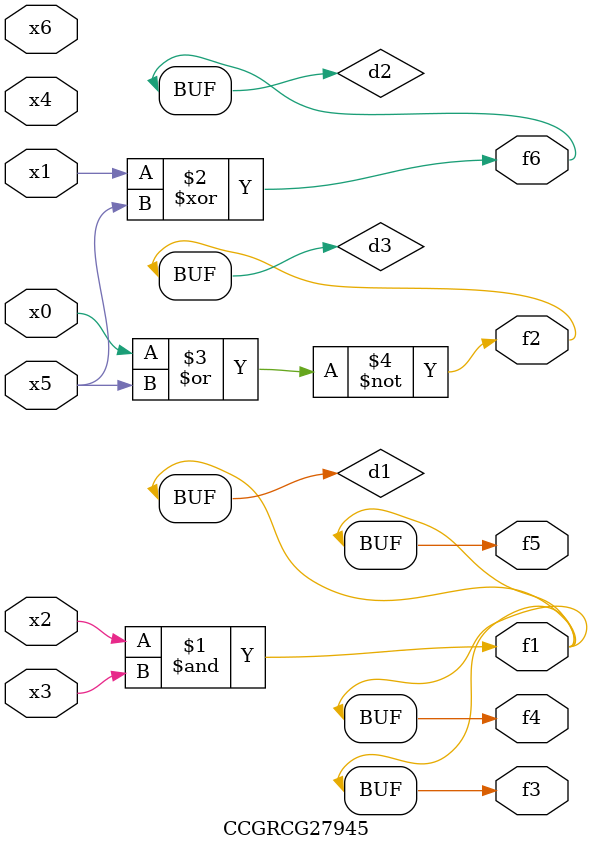
<source format=v>
module CCGRCG27945(
	input x0, x1, x2, x3, x4, x5, x6,
	output f1, f2, f3, f4, f5, f6
);

	wire d1, d2, d3;

	and (d1, x2, x3);
	xor (d2, x1, x5);
	nor (d3, x0, x5);
	assign f1 = d1;
	assign f2 = d3;
	assign f3 = d1;
	assign f4 = d1;
	assign f5 = d1;
	assign f6 = d2;
endmodule

</source>
